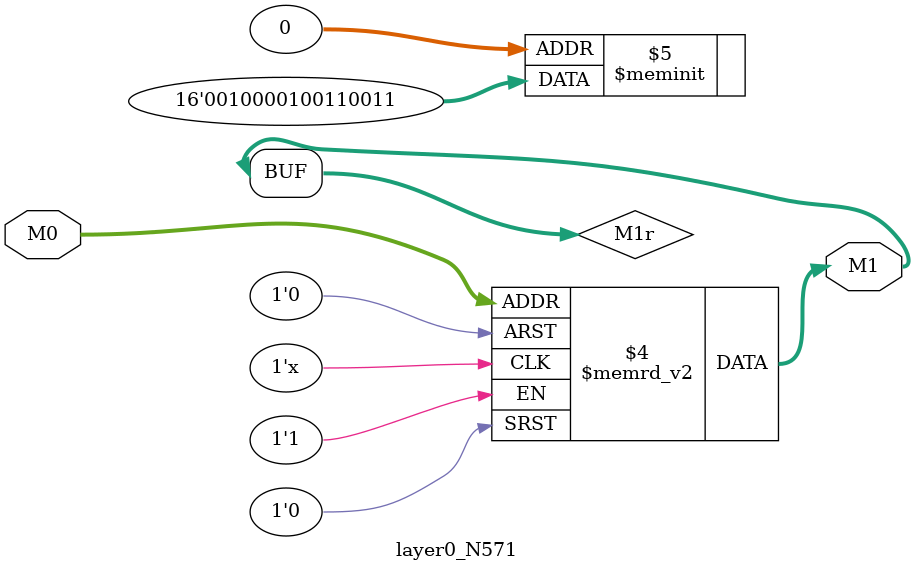
<source format=v>
module layer0_N571 ( input [2:0] M0, output [1:0] M1 );

	(*rom_style = "distributed" *) reg [1:0] M1r;
	assign M1 = M1r;
	always @ (M0) begin
		case (M0)
			3'b000: M1r = 2'b11;
			3'b100: M1r = 2'b01;
			3'b010: M1r = 2'b11;
			3'b110: M1r = 2'b10;
			3'b001: M1r = 2'b00;
			3'b101: M1r = 2'b00;
			3'b011: M1r = 2'b00;
			3'b111: M1r = 2'b00;

		endcase
	end
endmodule

</source>
